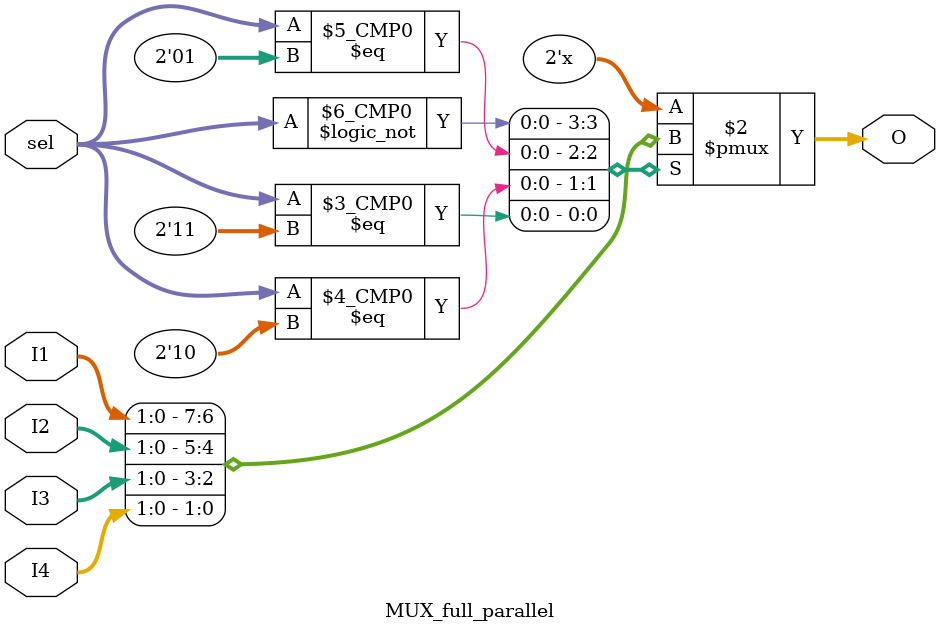
<source format=v>
`timescale 1ns / 1ps

module MUX_full_parallel(
    input [1:0] sel,
    input [1:0] I1,
    input [1:0] I2,
    input [1:0] I3,
    input [1:0] I4,
    output reg [1:0] O
    );
	 
	 always @ (sel or I1 or I2 or I3 or I4) begin
		case(sel)
			2'b00: O = I1;
			2'b01: O = I2;
			2'b10: O = I3;
			2'b11: O = I4;
		endcase
	 end
	 


endmodule

</source>
